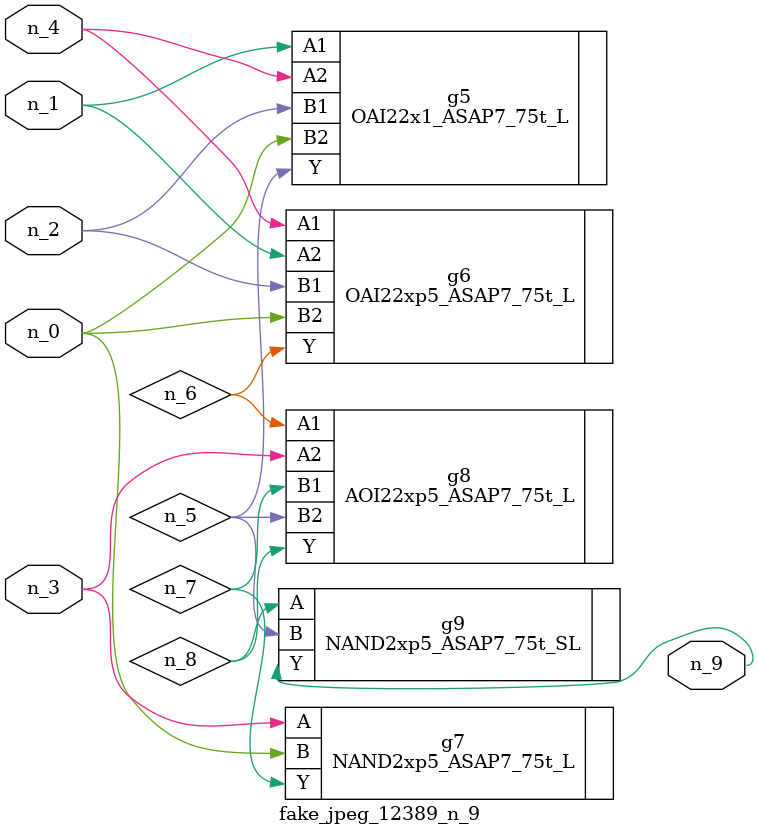
<source format=v>
module fake_jpeg_12389_n_9 (n_3, n_2, n_1, n_0, n_4, n_9);

input n_3;
input n_2;
input n_1;
input n_0;
input n_4;

output n_9;

wire n_8;
wire n_6;
wire n_5;
wire n_7;

OAI22x1_ASAP7_75t_L g5 ( 
.A1(n_1),
.A2(n_4),
.B1(n_2),
.B2(n_0),
.Y(n_5)
);

OAI22xp5_ASAP7_75t_L g6 ( 
.A1(n_4),
.A2(n_1),
.B1(n_2),
.B2(n_0),
.Y(n_6)
);

NAND2xp5_ASAP7_75t_L g7 ( 
.A(n_3),
.B(n_0),
.Y(n_7)
);

AOI22xp5_ASAP7_75t_L g8 ( 
.A1(n_6),
.A2(n_3),
.B1(n_7),
.B2(n_5),
.Y(n_8)
);

NAND2xp5_ASAP7_75t_SL g9 ( 
.A(n_8),
.B(n_5),
.Y(n_9)
);


endmodule
</source>
